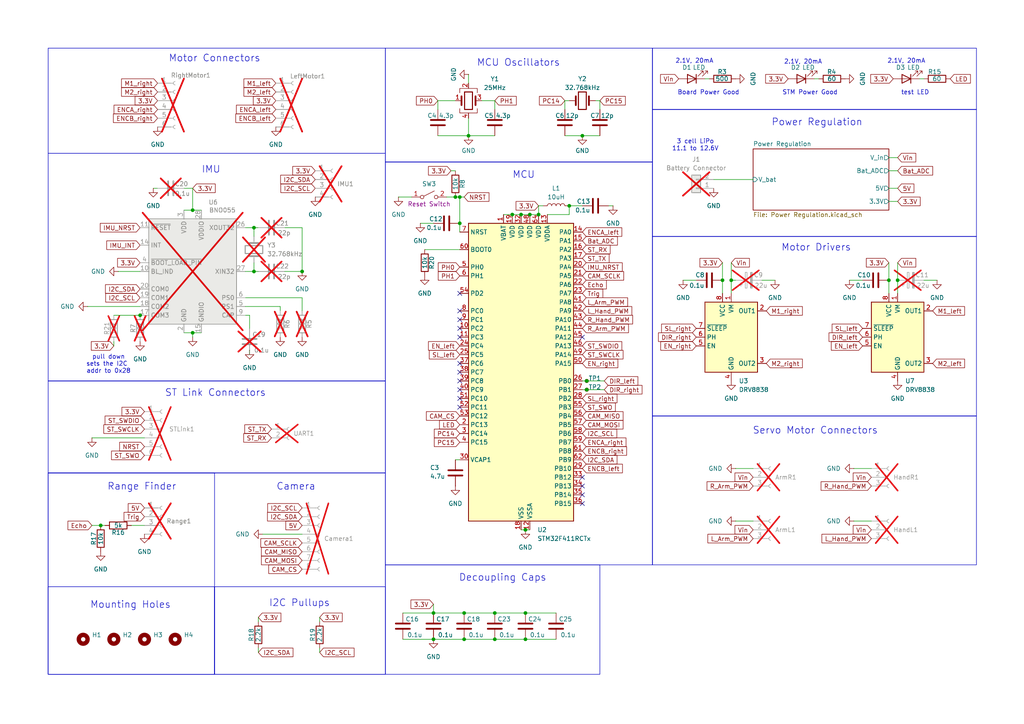
<source format=kicad_sch>
(kicad_sch (version 20231120) (generator "eeschema") (generator_version "8.0")
  (paper "A4")
  (title_block (title "WALL-E Motherboard") (company "Cal Poly") (comment 1 "Spring 2025"))
  (junction (at 134.62 177.8))
  (junction (at 152.4 153.67))
  (junction (at 125.73 185.42))
  (junction (at 260.35 81.28))
  (junction (at 133.35 64.77))
  (junction (at 87.63 78.74))
  (junction (at 209.55 81.28))
  (junction (at 170.18 113.03))
  (junction (at 165.1 59.69))
  (junction (at 212.09 81.28))
  (junction (at 156.21 62.23))
  (junction (at 29.21 152.4))
  (junction (at 143.51 177.8))
  (junction (at 55.88 60.96))
  (junction (at 73.66 66.04))
  (junction (at 152.4 185.42))
  (junction (at 40.64 91.44))
  (junction (at 257.81 81.28))
  (junction (at 73.66 78.74))
  (junction (at 55.88 96.52))
  (junction (at 135.89 39.37))
  (junction (at 152.4 177.8))
  (junction (at 132.08 57.15))
  (junction (at 170.18 110.49))
  (junction (at 151.13 62.23))
  (junction (at 153.67 62.23))
  (junction (at 125.73 177.8))
  (junction (at 168.91 39.37))
  (junction (at 148.59 62.23))
  (junction (at 143.51 185.42))
  (junction (at 133.35 57.15))
  (junction (at 134.62 185.42))
  (no_connect (at 133.35 90.17))
  (no_connect (at 133.35 97.79))
  (no_connect (at 133.35 105.41))
  (no_connect (at 168.91 140.97))
  (no_connect (at 133.35 110.49))
  (no_connect (at 168.91 146.05))
  (no_connect (at 133.35 107.95))
  (no_connect (at 168.91 97.79))
  (no_connect (at 133.35 115.57))
  (no_connect (at 133.35 92.71))
  (no_connect (at 133.35 113.03))
  (no_connect (at 133.35 118.11))
  (no_connect (at 168.91 143.51))
  (no_connect (at 168.91 138.43))
  (no_connect (at 133.35 95.25))
  (no_connect (at 133.35 85.09))
  (wire (pts (xy 133.35 64.77) (xy 133.35 57.15)))
  (wire (pts (xy 257.81 76.2) (xy 257.81 81.28)))
  (wire (pts (xy 212.09 76.2) (xy 212.09 81.28)))
  (wire (pts (xy 71.12 88.9) (xy 81.28 88.9)))
  (wire (pts (xy 260.35 81.28) (xy 260.35 85.09)))
  (wire (pts (xy 175.26 113.03) (xy 170.18 113.03)))
  (wire (pts (xy 29.21 152.4) (xy 30.48 152.4)))
  (wire (pts (xy 170.18 113.03) (xy 168.91 113.03)))
  (wire (pts (xy 87.63 78.74) (xy 87.63 66.04)))
  (wire (pts (xy 135.89 34.29) (xy 135.89 39.37)))
  (wire (pts (xy 133.35 57.15) (xy 132.08 57.15)))
  (wire (pts (xy 45.72 54.61) (xy 44.45 54.61)))
  (wire (pts (xy 38.1 152.4) (xy 41.91 152.4)))
  (wire (pts (xy 260.35 76.2) (xy 260.35 81.28)))
  (wire (pts (xy 74.93 189.23) (xy 74.93 187.96)))
  (wire (pts (xy 130.81 49.53) (xy 132.08 49.53)))
  (wire (pts (xy 168.91 39.37) (xy 173.99 39.37)))
  (wire (pts (xy 207.01 52.07) (xy 218.44 52.07)))
  (wire (pts (xy 116.84 177.8) (xy 125.73 177.8)))
  (wire (pts (xy 165.1 62.23) (xy 158.75 62.23)))
  (wire (pts (xy 209.55 81.28) (xy 209.55 85.09)))
  (wire (pts (xy 72.39 102.87) (xy 72.39 101.6)))
  (wire (pts (xy 134.62 177.8) (xy 143.51 177.8)))
  (wire (pts (xy 172.72 29.21) (xy 173.99 29.21)))
  (wire (pts (xy 73.66 66.04) (xy 73.66 68.58)))
  (wire (pts (xy 55.88 60.96) (xy 58.42 60.96)))
  (wire (pts (xy 129.54 57.15) (xy 132.08 57.15)))
  (wire (pts (xy 72.39 91.44) (xy 71.12 91.44)))
  (wire (pts (xy 257.81 81.28) (xy 257.81 85.09)))
  (wire (pts (xy 257.81 45.72) (xy 260.35 45.72)))
  (wire (pts (xy 257.81 58.42) (xy 260.35 58.42)))
  (wire (pts (xy 139.7 29.21) (xy 143.51 29.21)))
  (wire (pts (xy 71.12 66.04) (xy 73.66 66.04)))
  (wire (pts (xy 246.38 81.28) (xy 250.19 81.28)))
  (wire (pts (xy 125.73 185.42) (xy 134.62 185.42)))
  (wire (pts (xy 156.21 59.69) (xy 157.48 59.69)))
  (wire (pts (xy 220.98 81.28) (xy 224.79 81.28)))
  (wire (pts (xy 71.12 78.74) (xy 73.66 78.74)))
  (wire (pts (xy 87.63 66.04) (xy 82.55 66.04)))
  (wire (pts (xy 135.89 21.59) (xy 135.89 24.13)))
  (wire (pts (xy 257.81 49.53) (xy 260.35 49.53)))
  (wire (pts (xy 92.71 179.07) (xy 92.71 180.34)))
  (wire (pts (xy 168.91 59.69) (xy 165.1 59.69)))
  (wire (pts (xy 176.53 59.69) (xy 177.8 59.69)))
  (wire (pts (xy 73.66 78.74) (xy 74.93 78.74)))
  (wire (pts (xy 55.88 96.52) (xy 58.42 96.52)))
  (wire (pts (xy 148.59 62.23) (xy 151.13 62.23)))
  (wire (pts (xy 151.13 153.67) (xy 152.4 153.67)))
  (wire (pts (xy 156.21 59.69) (xy 156.21 62.23)))
  (wire (pts (xy 198.12 81.28) (xy 201.93 81.28)))
  (wire (pts (xy 92.71 189.23) (xy 92.71 187.96)))
  (wire (pts (xy 247.65 151.13) (xy 252.73 151.13)))
  (wire (pts (xy 87.63 90.17) (xy 87.63 86.36)))
  (wire (pts (xy 127 29.21) (xy 132.08 29.21)))
  (wire (pts (xy 267.97 81.28) (xy 271.78 81.28)))
  (wire (pts (xy 175.26 110.49) (xy 170.18 110.49)))
  (wire (pts (xy 82.55 78.74) (xy 87.63 78.74)))
  (wire (pts (xy 152.4 153.67) (xy 153.67 153.67)))
  (wire (pts (xy 212.09 81.28) (xy 212.09 85.09)))
  (wire (pts (xy 123.19 72.39) (xy 133.35 72.39)))
  (wire (pts (xy 165.1 59.69) (xy 165.1 62.23)))
  (wire (pts (xy 74.93 179.07) (xy 74.93 180.34)))
  (wire (pts (xy 116.84 185.42) (xy 125.73 185.42)))
  (wire (pts (xy 163.83 39.37) (xy 168.91 39.37)))
  (wire (pts (xy 165.1 29.21) (xy 163.83 29.21)))
  (wire (pts (xy 213.36 151.13) (xy 218.44 151.13)))
  (wire (pts (xy 87.63 86.36) (xy 71.12 86.36)))
  (wire (pts (xy 125.73 64.77) (xy 121.92 64.77)))
  (wire (pts (xy 146.05 62.23) (xy 148.59 62.23)))
  (wire (pts (xy 115.57 57.15) (xy 119.38 57.15)))
  (wire (pts (xy 209.55 76.2) (xy 209.55 81.28)))
  (wire (pts (xy 135.89 39.37) (xy 127 39.37)))
  (wire (pts (xy 72.39 95.25) (xy 72.39 91.44)))
  (wire (pts (xy 247.65 135.89) (xy 252.73 135.89)))
  (wire (pts (xy 134.62 185.42) (xy 143.51 185.42)))
  (wire (pts (xy 26.67 152.4) (xy 29.21 152.4)))
  (wire (pts (xy 125.73 177.8) (xy 134.62 177.8)))
  (wire (pts (xy 125.73 175.26) (xy 125.73 177.8)))
  (wire (pts (xy 53.34 60.96) (xy 55.88 60.96)))
  (wire (pts (xy 143.51 185.42) (xy 152.4 185.42)))
  (wire (pts (xy 204.47 22.86) (xy 205.74 22.86)))
  (wire (pts (xy 152.4 185.42) (xy 161.29 185.42)))
  (wire (pts (xy 73.66 66.04) (xy 74.93 66.04)))
  (wire (pts (xy 133.35 67.31) (xy 133.35 64.77)))
  (wire (pts (xy 143.51 29.21) (xy 143.51 31.75)))
  (wire (pts (xy 33.02 100.33) (xy 33.02 99.06)))
  (wire (pts (xy 127 29.21) (xy 127 31.75)))
  (wire (pts (xy 34.29 78.74) (xy 40.64 78.74)))
  (wire (pts (xy 55.88 97.79) (xy 55.88 96.52)))
  (wire (pts (xy 163.83 29.21) (xy 163.83 31.75)))
  (wire (pts (xy 143.51 177.8) (xy 152.4 177.8)))
  (wire (pts (xy 132.08 133.35) (xy 133.35 133.35)))
  (wire (pts (xy 53.34 54.61) (xy 55.88 54.61)))
  (wire (pts (xy 55.88 54.61) (xy 55.88 60.96)))
  (wire (pts (xy 33.02 91.44) (xy 40.64 91.44)))
  (wire (pts (xy 135.89 39.37) (xy 143.51 39.37)))
  (wire (pts (xy 151.13 62.23) (xy 153.67 62.23)))
  (wire (pts (xy 25.4 88.9) (xy 40.64 88.9)))
  (wire (pts (xy 152.4 177.8) (xy 161.29 177.8)))
  (wire (pts (xy 257.81 54.61) (xy 260.35 54.61)))
  (wire (pts (xy 26.67 127) (xy 41.91 127)))
  (wire (pts (xy 81.28 88.9) (xy 81.28 90.17)))
  (wire (pts (xy 76.2 154.94) (xy 87.63 154.94)))
  (wire (pts (xy 173.99 29.21) (xy 173.99 31.75)))
  (wire (pts (xy 236.22 22.86) (xy 237.49 22.86)))
  (wire (pts (xy 73.66 76.2) (xy 73.66 78.74)))
  (wire (pts (xy 170.18 110.49) (xy 168.91 110.49)))
  (wire (pts (xy 55.88 96.52) (xy 53.34 96.52)))
  (wire (pts (xy 213.36 135.89) (xy 218.44 135.89)))
  (wire (pts (xy 134.62 57.15) (xy 133.35 57.15)))
  (wire (pts (xy 153.67 62.23) (xy 156.21 62.23)))
  (wire (pts (xy 213.36 81.28) (xy 212.09 81.28)))
  (wire (pts (xy 266.7 22.86) (xy 267.97 22.86)))
  (rectangle (start 13.97 137.16) (end 111.76 195.58))
  (rectangle (start 13.97 137.16) (end 62.23 195.58))
  (rectangle (start 111.76 163.83) (end 173.99 195.58))
  (rectangle (start 189.23 68.58) (end 283.21 120.65))
  (rectangle (start 189.23 13.97) (end 283.21 31.75))
  (rectangle (start 189.23 31.75) (end 283.21 68.58))
  (rectangle (start 111.76 46.99) (end 189.23 163.83))
  (rectangle (start 13.97 13.97) (end 111.76 44.45))
  (rectangle (start 13.97 44.45) (end 111.76 110.49))
  (rectangle (start 13.97 110.49) (end 111.76 137.16))
  (rectangle (start 111.76 13.97) (end 189.23 46.99))
  (rectangle (start 13.97 170.18) (end 62.23 195.58))
  (rectangle (start 62.23 170.18) (end 111.76 195.58))
  (rectangle (start 189.23 120.65) (end 283.21 163.83))
  (text "Decoupling Caps" (at 145.796 167.64 0) (effects (font (size 2 2))))
  (text "STM Power Good" (at 234.95 26.924 0) (effects (font (size 1.27 1.27))))
  (text "Board Power Good" (at 205.486 26.924 0) (effects (font (size 1.27 1.27))))
  (text "Range Finder" (at 41.148 141.224 0) (effects (font (size 2 2))))
  (text "Power Regulation" (at 236.982 35.56 0) (effects (font (size 2 2))))
  (text "Mounting Holes" (at 37.846 175.514 0) (effects (font (size 2 2))))
  (text "Camera" (at 85.852 141.224 0) (effects (font (size 2 2))))
  (text "MCU Oscillators" (at 150.368 18.288 0) (effects (font (size 2 2))))
  (text "Motor Connectors" (at 62.23 17.018 0) (effects (font (size 2 2))))
  (text "Servo Motor Connectors" (at 236.474 124.968 0) (effects (font (size 2 2))))
  (text "ST Link Connectors" (at 62.484 114.046 0) (effects (font (size 2 2))))
  (text "2.1V, 20mA" (at 262.89 17.78 0) (effects (font (size 1.27 1.27))))
  (text "IMU" (at 61.214 49.276 0) (effects (font (size 2 2))))
  (text "2.1V, 20mA" (at 232.918 18.034 0) (effects (font (size 1.27 1.27))))
  (text "Motor Drivers" (at 236.728 71.882 0) (effects (font (size 2 2))))
  (text "I2C Pullups" (at 86.868 175.006 0) (effects (font (size 2 2))))
  (text "3 cell LiPo\n11.1 to 12.6V" (at 201.676 42.164 0) (effects (font (size 1.27 1.27))))
  (text "test LED" (at 265.43 26.924 0) (effects (font (size 1.27 1.27))))
  (text "pull down\nsets the I2C \naddr to 0x28" (at 31.496 105.664 0) (effects (font (size 1.27 1.27))))
  (text "2.1V, 20mA" (at 201.422 17.78 0) (effects (font (size 1.27 1.27))))
  (text "MCU" (at 151.892 50.8 0) (effects (font (size 2 2))))
  (global_label "EN_right" (shape input) (at 168.91 105.41 0) (property "Intersheetrefs" "${INTERSHEET_REFS}" (effects (hide yes))))
  (global_label "3.3V" (shape input) (at 41.91 119.38 180) (property "Intersheetrefs" "${INTERSHEET_REFS}" (effects (hide yes))))
  (global_label "CAM_SCLK" (shape input) (at 168.91 80.01 0) (property "Intersheetrefs" "${INTERSHEET_REFS}" (effects (hide yes))))
  (global_label "3.3V" (shape input) (at 125.73 175.26 180) (property "Intersheetrefs" "${INTERSHEET_REFS}" (effects (hide yes))))
  (global_label "M1_left" (shape input) (at 270.51 90.17 0) (property "Intersheetrefs" "${INTERSHEET_REFS}" (effects (hide yes))))
  (global_label "ST_SWO" (shape input) (at 41.91 132.08 180) (property "Intersheetrefs" "${INTERSHEET_REFS}" (effects (hide yes))))
  (global_label "I2C_SDA" (shape input) (at 74.93 189.23 0) (property "Intersheetrefs" "${INTERSHEET_REFS}" (effects (hide yes))))
  (global_label "L_Arm_PWM" (shape input) (at 218.44 156.21 180) (property "Intersheetrefs" "${INTERSHEET_REFS}" (effects (hide yes))))
  (global_label "Bat_ADC" (shape input) (at 260.35 49.53 0) (property "Intersheetrefs" "${INTERSHEET_REFS}" (effects (hide yes))))
  (global_label "I2C_SDA" (shape input) (at 168.91 133.35 0) (property "Intersheetrefs" "${INTERSHEET_REFS}" (effects (hide yes))))
  (global_label "L_Arm_PWM" (shape input) (at 168.91 87.63 0) (property "Intersheetrefs" "${INTERSHEET_REFS}" (effects (hide yes))))
  (global_label "Vin" (shape input) (at 196.85 22.86 180) (property "Intersheetrefs" "${INTERSHEET_REFS}" (effects (hide yes))))
  (global_label "IMU_NRST" (shape input) (at 168.91 77.47 0) (property "Intersheetrefs" "${INTERSHEET_REFS}" (effects (hide yes))))
  (global_label "I2C_SCL" (shape input) (at 91.44 54.61 180) (property "Intersheetrefs" "${INTERSHEET_REFS}" (effects (hide yes))))
  (global_label "Echo" (shape input) (at 168.91 82.55 0) (property "Intersheetrefs" "${INTERSHEET_REFS}" (effects (hide yes))))
  (global_label "EN_right" (shape input) (at 201.93 100.33 180) (property "Intersheetrefs" "${INTERSHEET_REFS}" (effects (hide yes))))
  (global_label "L_Hand_PWM" (shape input) (at 168.91 90.17 0) (property "Intersheetrefs" "${INTERSHEET_REFS}" (effects (hide yes))))
  (global_label "M2_right" (shape input) (at 222.25 105.41 0) (property "Intersheetrefs" "${INTERSHEET_REFS}" (effects (hide yes))))
  (global_label "IMU_NRST" (shape input) (at 40.64 66.04 180) (property "Intersheetrefs" "${INTERSHEET_REFS}" (effects (hide yes))))
  (global_label "DIR_right" (shape input) (at 175.26 113.03 0) (property "Intersheetrefs" "${INTERSHEET_REFS}" (effects (hide yes))))
  (global_label "3.3V" (shape input) (at 80.01 29.21 180) (property "Intersheetrefs" "${INTERSHEET_REFS}" (effects (hide yes))))
  (global_label "M1_right" (shape input) (at 222.25 90.17 0) (property "Intersheetrefs" "${INTERSHEET_REFS}" (effects (hide yes))))
  (global_label "ST_SWDIO" (shape input) (at 41.91 121.92 180) (property "Intersheetrefs" "${INTERSHEET_REFS}" (effects (hide yes))))
  (global_label "3.3V" (shape input) (at 257.81 76.2 180) (property "Intersheetrefs" "${INTERSHEET_REFS}" (effects (hide yes))))
  (global_label "ENCA_right" (shape input) (at 45.72 31.75 180) (property "Intersheetrefs" "${INTERSHEET_REFS}" (effects (hide yes))))
  (global_label "M2_left" (shape input) (at 80.01 26.67 180) (property "Intersheetrefs" "${INTERSHEET_REFS}" (effects (hide yes))))
  (global_label "Vin" (shape input) (at 218.44 153.67 180) (property "Intersheetrefs" "${INTERSHEET_REFS}" (effects (hide yes))))
  (global_label "M1_right" (shape input) (at 45.72 24.13 180) (property "Intersheetrefs" "${INTERSHEET_REFS}" (effects (hide yes))))
  (global_label "3.3V" (shape input) (at 130.81 49.53 180) (property "Intersheetrefs" "${INTERSHEET_REFS}" (effects (hide yes))))
  (global_label "CAM_MOSI" (shape input) (at 168.91 123.19 0) (property "Intersheetrefs" "${INTERSHEET_REFS}" (effects (hide yes))))
  (global_label "Vin" (shape input) (at 252.73 138.43 180) (property "Intersheetrefs" "${INTERSHEET_REFS}" (effects (hide yes))))
  (global_label "Trig" (shape input) (at 41.91 149.86 180) (property "Intersheetrefs" "${INTERSHEET_REFS}" (effects (hide yes))))
  (global_label "I2C_SCL" (shape input) (at 87.63 147.32 180) (property "Intersheetrefs" "${INTERSHEET_REFS}" (effects (hide yes))))
  (global_label "3.3V" (shape input) (at 91.44 49.53 180) (property "Intersheetrefs" "${INTERSHEET_REFS}" (effects (hide yes))))
  (global_label "ST_SWO" (shape input) (at 168.91 118.11 0) (property "Intersheetrefs" "${INTERSHEET_REFS}" (effects (hide yes))))
  (global_label "ST_SWCLK" (shape input) (at 41.91 124.46 180) (property "Intersheetrefs" "${INTERSHEET_REFS}" (effects (hide yes))))
  (global_label "ENCB_right" (shape input) (at 45.72 34.29 180) (property "Intersheetrefs" "${INTERSHEET_REFS}" (effects (hide yes))))
  (global_label "LED" (shape input) (at 275.59 22.86 0) (property "Intersheetrefs" "${INTERSHEET_REFS}" (effects (hide yes))))
  (global_label "SL_right" (shape input) (at 201.93 95.25 180) (property "Intersheetrefs" "${INTERSHEET_REFS}" (effects (hide yes))))
  (global_label "CAM_MISO" (shape input) (at 87.63 160.02 180) (property "Intersheetrefs" "${INTERSHEET_REFS}" (effects (hide yes))))
  (global_label "ENCB_right" (shape input) (at 168.91 130.81 0) (property "Intersheetrefs" "${INTERSHEET_REFS}" (effects (hide yes))))
  (global_label "3.3V" (shape input) (at 259.08 22.86 180) (property "Intersheetrefs" "${INTERSHEET_REFS}" (effects (hide yes))))
  (global_label "CAM_SCLK" (shape input) (at 87.63 157.48 180) (property "Intersheetrefs" "${INTERSHEET_REFS}" (effects (hide yes))))
  (global_label "M1_left" (shape input) (at 80.01 24.13 180) (property "Intersheetrefs" "${INTERSHEET_REFS}" (effects (hide yes))))
  (global_label "Vin" (shape input) (at 260.35 45.72 0) (property "Intersheetrefs" "${INTERSHEET_REFS}" (effects (hide yes))))
  (global_label "3.3V" (shape input) (at 92.71 179.07 0) (property "Intersheetrefs" "${INTERSHEET_REFS}" (effects (hide yes))))
  (global_label "EN_left" (shape input) (at 250.19 100.33 180) (property "Intersheetrefs" "${INTERSHEET_REFS}" (effects (hide yes))))
  (global_label "Echo" (shape input) (at 26.67 152.4 180) (property "Intersheetrefs" "${INTERSHEET_REFS}" (effects (hide yes))))
  (global_label "NRST" (shape input) (at 41.91 129.54 180) (property "Intersheetrefs" "${INTERSHEET_REFS}" (effects (hide yes))))
  (global_label "3.3V" (shape input) (at 74.93 179.07 0) (property "Intersheetrefs" "${INTERSHEET_REFS}" (effects (hide yes))))
  (global_label "3.3V" (shape input) (at 260.35 58.42 0) (property "Intersheetrefs" "${INTERSHEET_REFS}" (effects (hide yes))))
  (global_label "R_Hand_PWM" (shape input) (at 252.73 140.97 180) (property "Intersheetrefs" "${INTERSHEET_REFS}" (effects (hide yes))))
  (global_label "CAM_MISO" (shape input) (at 168.91 120.65 0) (property "Intersheetrefs" "${INTERSHEET_REFS}" (effects (hide yes))))
  (global_label "PH0" (shape input) (at 133.35 77.47 180) (property "Intersheetrefs" "${INTERSHEET_REFS}" (effects (hide yes))))
  (global_label "PH1" (shape input) (at 143.51 29.21 0) (property "Intersheetrefs" "${INTERSHEET_REFS}" (effects (hide yes))))
  (global_label "ST_SWDIO" (shape input) (at 168.91 100.33 0) (property "Intersheetrefs" "${INTERSHEET_REFS}" (effects (hide yes))))
  (global_label "R_Hand_PWM" (shape input) (at 168.91 92.71 0) (property "Intersheetrefs" "${INTERSHEET_REFS}" (effects (hide yes))))
  (global_label "Bat_ADC" (shape input) (at 168.91 69.85 0) (property "Intersheetrefs" "${INTERSHEET_REFS}" (effects (hide yes))))
  (global_label "LED" (shape input) (at 133.35 123.19 180) (property "Intersheetrefs" "${INTERSHEET_REFS}" (effects (hide yes))))
  (global_label "NRST" (shape input) (at 134.62 57.15 0) (property "Intersheetrefs" "${INTERSHEET_REFS}" (effects (hide yes))))
  (global_label "DIR_left" (shape input) (at 250.19 97.79 180) (property "Intersheetrefs" "${INTERSHEET_REFS}" (effects (hide yes))))
  (global_label "3.3V" (shape input) (at 33.02 100.33 180) (property "Intersheetrefs" "${INTERSHEET_REFS}" (effects (hide yes))))
  (global_label "3.3V" (shape input) (at 156.21 59.69 180) (property "Intersheetrefs" "${INTERSHEET_REFS}" (effects (hide yes))))
  (global_label "DIR_right" (shape input) (at 201.93 97.79 180) (property "Intersheetrefs" "${INTERSHEET_REFS}" (effects (hide yes))))
  (global_label "PH1" (shape input) (at 133.35 80.01 180) (property "Intersheetrefs" "${INTERSHEET_REFS}" (effects (hide yes))))
  (global_label "ENCA_left" (shape input) (at 80.01 31.75 180) (property "Intersheetrefs" "${INTERSHEET_REFS}" (effects (hide yes))))
  (global_label "IMU_INT" (shape input) (at 40.64 71.12 180) (property "Intersheetrefs" "${INTERSHEET_REFS}" (effects (hide yes))))
  (global_label "3.3V" (shape input) (at 45.72 29.21 180) (property "Intersheetrefs" "${INTERSHEET_REFS}" (effects (hide yes))))
  (global_label "Vin" (shape input) (at 260.35 76.2 0) (property "Intersheetrefs" "${INTERSHEET_REFS}" (effects (hide yes))))
  (global_label "M2_right" (shape input) (at 45.72 26.67 180) (property "Intersheetrefs" "${INTERSHEET_REFS}" (effects (hide yes))))
  (global_label "3.3V" (shape input) (at 228.6 22.86 180) (property "Intersheetrefs" "${INTERSHEET_REFS}" (effects (hide yes))))
  (global_label "ENCA_right" (shape input) (at 168.91 128.27 0) (property "Intersheetrefs" "${INTERSHEET_REFS}" (effects (hide yes))))
  (global_label "ST_TX" (shape input) (at 78.74 124.46 180) (property "Intersheetrefs" "${INTERSHEET_REFS}" (effects (hide yes))))
  (global_label "DIR_left" (shape input) (at 175.26 110.49 0) (property "Intersheetrefs" "${INTERSHEET_REFS}" (effects (hide yes))))
  (global_label "CAM_CS" (shape input) (at 133.35 120.65 180) (property "Intersheetrefs" "${INTERSHEET_REFS}" (effects (hide yes))))
  (global_label "R_Arm_PWM" (shape input) (at 168.91 95.25 0) (property "Intersheetrefs" "${INTERSHEET_REFS}" (effects (hide yes))))
  (global_label "5V" (shape input) (at 87.63 152.4 180) (property "Intersheetrefs" "${INTERSHEET_REFS}" (effects (hide yes))))
  (global_label "EN_left" (shape input) (at 133.35 100.33 180) (property "Intersheetrefs" "${INTERSHEET_REFS}" (effects (hide yes))))
  (global_label "PC14" (shape input) (at 163.83 29.21 180) (property "Intersheetrefs" "${INTERSHEET_REFS}" (effects (hide yes))))
  (global_label "SL_left" (shape input) (at 133.35 102.87 180) (property "Intersheetrefs" "${INTERSHEET_REFS}" (effects (hide yes))))
  (global_label "ST_RX" (shape input) (at 78.74 127 180) (property "Intersheetrefs" "${INTERSHEET_REFS}" (effects (hide yes))))
  (global_label "CAM_CS" (shape input) (at 87.63 165.1 180) (property "Intersheetrefs" "${INTERSHEET_REFS}" (effects (hide yes))))
  (global_label "I2C_SDA" (shape input) (at 87.63 149.86 180) (property "Intersheetrefs" "${INTERSHEET_REFS}" (effects (hide yes))))
  (global_label "3.3V" (shape input) (at 40.64 76.2 180) (property "Intersheetrefs" "${INTERSHEET_REFS}" (effects (hide yes))))
  (global_label "ENCB_left" (shape input) (at 168.91 135.89 0) (property "Intersheetrefs" "${INTERSHEET_REFS}" (effects (hide yes))))
  (global_label "Vin" (shape input) (at 218.44 138.43 180) (property "Intersheetrefs" "${INTERSHEET_REFS}" (effects (hide yes))))
  (global_label "ENCB_left" (shape input) (at 80.01 34.29 180) (property "Intersheetrefs" "${INTERSHEET_REFS}" (effects (hide yes))))
  (global_label "PH0" (shape input) (at 127 29.21 180) (property "Intersheetrefs" "${INTERSHEET_REFS}" (effects (hide yes))))
  (global_label "5V" (shape input) (at 260.35 54.61 0) (property "Intersheetrefs" "${INTERSHEET_REFS}" (effects (hide yes))))
  (global_label "5V" (shape input) (at 41.91 147.32 180) (property "Intersheetrefs" "${INTERSHEET_REFS}" (effects (hide yes))))
  (global_label "I2C_SDA" (shape input) (at 40.64 83.82 180) (property "Intersheetrefs" "${INTERSHEET_REFS}" (effects (hide yes))))
  (global_label "SL_right" (shape input) (at 168.91 115.57 0) (property "Intersheetrefs" "${INTERSHEET_REFS}" (effects (hide yes))))
  (global_label "R_Arm_PWM" (shape input) (at 218.44 140.97 180) (property "Intersheetrefs" "${INTERSHEET_REFS}" (effects (hide yes))))
  (global_label "3.3V" (shape input) (at 209.55 76.2 180) (property "Intersheetrefs" "${INTERSHEET_REFS}" (effects (hide yes))))
  (global_label "ST_RX" (shape input) (at 168.91 72.39 0) (property "Intersheetrefs" "${INTERSHEET_REFS}" (effects (hide yes))))
  (global_label "Vin" (shape input) (at 212.09 76.2 0) (property "Intersheetrefs" "${INTERSHEET_REFS}" (effects (hide yes))))
  (global_label "ENCA_left" (shape input) (at 168.91 67.31 0) (property "Intersheetrefs" "${INTERSHEET_REFS}" (effects (hide yes))))
  (global_label "ST_SWCLK" (shape input) (at 168.91 102.87 0) (property "Intersheetrefs" "${INTERSHEET_REFS}" (effects (hide yes))))
  (global_label "Trig" (shape input) (at 168.91 85.09 0) (property "Intersheetrefs" "${INTERSHEET_REFS}" (effects (hide yes))))
  (global_label "L_Hand_PWM" (shape input) (at 252.73 156.21 180) (property "Intersheetrefs" "${INTERSHEET_REFS}" (effects (hide yes))))
  (global_label "Vin" (shape input) (at 252.73 153.67 180) (property "Intersheetrefs" "${INTERSHEET_REFS}" (effects (hide yes))))
  (global_label "PC15" (shape input) (at 133.35 128.27 180) (property "Intersheetrefs" "${INTERSHEET_REFS}" (effects (hide yes))))
  (global_label "ST_TX" (shape input) (at 168.91 74.93 0) (property "Intersheetrefs" "${INTERSHEET_REFS}" (effects (hide yes))))
  (global_label "I2C_SCL" (shape input) (at 40.64 86.36 180) (property "Intersheetrefs" "${INTERSHEET_REFS}" (effects (hide yes))))
  (global_label "I2C_SCL" (shape input) (at 92.71 189.23 0) (property "Intersheetrefs" "${INTERSHEET_REFS}" (effects (hide yes))))
  (global_label "SL_left" (shape input) (at 250.19 95.25 180) (property "Intersheetrefs" "${INTERSHEET_REFS}" (effects (hide yes))))
  (global_label "PC14" (shape input) (at 133.35 125.73 180) (property "Intersheetrefs" "${INTERSHEET_REFS}" (effects (hide yes))))
  (global_label "I2C_SCL" (shape input) (at 168.91 125.73 0) (property "Intersheetrefs" "${INTERSHEET_REFS}" (effects (hide yes))))
  (global_label "CAM_MOSI" (shape input) (at 87.63 162.56 180) (property "Intersheetrefs" "${INTERSHEET_REFS}" (effects (hide yes))))
  (global_label "3.3V" (shape input) (at 55.88 54.61 0) (property "Intersheetrefs" "${INTERSHEET_REFS}" (effects (hide yes))))
  (global_label "PC15" (shape input) (at 173.99 29.21 0) (property "Intersheetrefs" "${INTERSHEET_REFS}" (effects (hide yes))))
  (global_label "I2C_SDA" (shape input) (at 91.44 52.07 180) (property "Intersheetrefs" "${INTERSHEET_REFS}" (effects (hide yes))))
  (global_label "M2_left" (shape input) (at 270.51 105.41 0) (property "Intersheetrefs" "${INTERSHEET_REFS}" (effects (hide yes))))
  (symbol (lib_id "Device:C") (at 152.4 181.61 0) (unit 1)
    (property "Reference" "C24" (at 153.162 179.578 0) (effects (justify left)))
    (property "Value" "0.1u" (at 153.67 184.15 0) (effects (justify left)))
    (property "Footprint" "Capacitor_SMD:C_0603_1608Metric" (effects (hide yes)))
    (property "Description" "Unpolarized capacitor" (effects (hide yes)))
  )
  (symbol (lib_id "Connector:Conn_01x03_Socket") (at 223.52 153.67 0) (unit 1) (dnp yes)
    (property "Reference" "ArmL1" (at 224.79 153.6699 0) (effects (justify left)))
    (property "Value" "Conn_01x03_Socket" (effects (hide yes)))
    (property "Footprint" "Connector_PinHeader_2.54mm:PinHeader_1x03_P2.54mm_Vertical" (effects (hide yes)))
    (property "Description" "Generic connector, single row, 01x03, script generated" (effects (hide yes)))
  )
  (symbol (lib_id "Connector:TestPoint_Small") (at 170.18 113.03 0) (unit 1)
    (property "Reference" "TP2" (at 170.688 112.268 0) (effects (justify left)))
    (property "Value" "TestPoint_Small" (effects (hide yes)))
    (property "Footprint" "TestPoint:TestPoint_Pad_D1.0mm" (effects (hide yes)))
    (property "Description" "test point" (effects (hide yes)))
  )
  (symbol (lib_id "Device:C") (at 143.51 35.56 0) (unit 1)
    (property "Reference" "C5" (at 140.462 33.528 0) (effects (justify left)))
    (property "Value" "4.3p" (at 143.764 33.528 0) (effects (justify left)))
    (property "Footprint" "Capacitor_SMD:C_0603_1608Metric" (effects (hide yes)))
    (property "Description" "Unpolarized capacitor" (effects (hide yes)))
  )
  (symbol (lib_id "Device:C") (at 173.99 35.56 0) (unit 1)
    (property "Reference" "C7" (at 171.196 33.528 0) (effects (justify left)))
    (property "Value" "12p" (at 174.244 33.528 0) (effects (justify left)))
    (property "Footprint" "Capacitor_SMD:C_0603_1608Metric" (effects (hide yes)))
    (property "Description" "Unpolarized capacitor" (effects (hide yes)))
  )
  (symbol (lib_id "power:GND") (at 207.01 54.61 0) (unit 1)
    (property "Reference" "#PWR01" (effects (hide yes)))
    (property "Value" "GND" (at 207.01 59.69 0))
    (property "Description" "Power symbol creates a global label with name \"GND\" , ground" (effects (hide yes)))
  )
  (symbol (lib_id "power:GND") (at 260.35 110.49 0) (unit 1)
    (property "Reference" "#PWR020" (effects (hide yes)))
    (property "Value" "GND" (at 260.35 115.57 0))
    (property "Description" "Power symbol creates a global label with name \"GND\" , ground" (effects (hide yes)))
  )
  (symbol (lib_id "power:GND") (at 115.57 57.15 0) (unit 1)
    (property "Reference" "#PWR035" (effects (hide yes)))
    (property "Value" "GND" (at 115.57 62.23 0))
    (property "Description" "Power symbol creates a global label with name \"GND\" , ground" (effects (hide yes)))
  )
  (symbol (lib_id "Device:Crystal") (at 168.91 29.21 180) (unit 1)
    (property "Reference" "Y2" (at 168.91 22.86 0))
    (property "Value" "32.768kHz" (at 168.91 25.4 0))
    (property "Footprint" "Crystal:Crystal_SMD_3215-2Pin_3.2x1.5mm" (effects (hide yes)))
    (property "Description" "Two pin crystal" (effects (hide yes)))
  )
  (symbol (lib_id "Device:R") (at 209.55 22.86 90) (unit 1)
    (property "Reference" "R3" (at 210.82 20.828 90) (effects (justify left)))
    (property "Value" "500" (at 211.328 22.86 90) (effects (justify left)))
    (property "Footprint" "Resistor_SMD:R_0603_1608Metric" (effects (hide yes)))
    (property "Description" "Resistor" (effects (hide yes)))
  )
  (symbol (lib_id "power:GND") (at 177.8 59.69 0) (unit 1)
    (property "Reference" "#PWR022" (effects (hide yes)))
    (property "Value" "GND" (at 177.8 64.77 0))
    (property "Description" "Power symbol creates a global label with name \"GND\" , ground" (effects (hide yes)))
  )
  (symbol (lib_id "power:GND") (at 247.65 151.13 270) (unit 1)
    (property "Reference" "#PWR052" (effects (hide yes)))
    (property "Value" "GND" (at 243.84 151.1299 90) (effects (justify right)))
    (property "Description" "Power symbol creates a global label with name \"GND\" , ground" (effects (hide yes)))
  )
  (symbol (lib_id "Device:C") (at 125.73 181.61 0) (unit 1)
    (property "Reference" "C17" (at 126.492 179.578 0) (effects (justify left)))
    (property "Value" "0.1u" (at 127 184.15 0) (effects (justify left)))
    (property "Footprint" "Capacitor_SMD:C_0603_1608Metric" (effects (hide yes)))
    (property "Description" "Unpolarized capacitor" (effects (hide yes)))
  )
  (symbol (lib_id "Device:C") (at 134.62 181.61 0) (unit 1)
    (property "Reference" "C18" (at 135.382 179.578 0) (effects (justify left)))
    (property "Value" "0.1u" (at 135.89 184.15 0) (effects (justify left)))
    (property "Footprint" "Capacitor_SMD:C_0603_1608Metric" (effects (hide yes)))
    (property "Description" "Unpolarized capacitor" (effects (hide yes)))
  )
  (symbol (lib_id "Device:R") (at 40.64 95.25 0) (unit 1) (dnp yes)
    (property "Reference" "R7" (at 38.608 95.25 90))
    (property "Value" "10k" (at 40.64 95.25 90))
    (property "Footprint" "Resistor_SMD:R_0603_1608Metric" (effects (hide yes)))
    (property "Description" "Resistor" (effects (hide yes)))
  )
  (symbol (lib_id "Connector:Conn_01x06_Socket") (at 50.8 29.21 0) (unit 1) (dnp yes)
    (property "Reference" "RightMotor1" (at 49.53 21.844 0) (effects (justify left)))
    (property "Value" "Conn_01x06_Socket" (effects (hide yes)))
    (property "Footprint" "Connector_PinHeader_2.54mm:PinHeader_1x06_P2.54mm_Vertical" (effects (hide yes)))
    (property "Description" "Generic connector, single row, 01x06, script generated" (effects (hide yes)))
  )
  (symbol (lib_id "power:GND") (at 152.4 153.67 0) (unit 1)
    (property "Reference" "#PWR05" (effects (hide yes)))
    (property "Value" "GND" (at 152.4 158.75 0))
    (property "Description" "Power symbol creates a global label with name \"GND\" , ground" (effects (hide yes)))
  )
  (symbol (lib_id "Device:C") (at 49.53 54.61 90) (unit 1) (dnp yes)
    (property "Reference" "C20" (at 54.61 53.34 90) (effects (justify left)))
    (property "Value" "0.1u" (at 55.118 56.134 90) (effects (justify left)))
    (property "Footprint" "Capacitor_SMD:C_0603_1608Metric" (effects (hide yes)))
    (property "Description" "Unpolarized capacitor" (effects (hide yes)))
  )
  (symbol (lib_id "Mechanical:MountingHole") (at 41.91 185.42 0) (unit 1) (exclude_from_sim yes) (in_bom no)
    (property "Reference" "H3" (at 44.45 184.1499 0) (effects (justify left)))
    (property "Value" "MountingHole" (effects (hide yes)))
    (property "Footprint" "MountingHole:MountingHole_3.2mm_M3" (effects (hide yes)))
    (property "Description" "Mounting Hole without connection" (effects (hide yes)))
  )
  (symbol (lib_id "power:GND") (at 91.44 57.15 0) (unit 1)
    (property "Reference" "#PWR024" (effects (hide yes)))
    (property "Value" "GND" (at 91.44 62.23 0))
    (property "Description" "Power symbol creates a global label with name \"GND\" , ground" (effects (hide yes)))
  )
  (symbol (lib_id "Device:C") (at 132.08 137.16 0) (unit 1)
    (property "Reference" "C3" (at 124.714 135.636 0) (effects (justify left)))
    (property "Value" "4.7u" (at 124.714 138.176 0) (effects (justify left)))
    (property "Footprint" "Capacitor_SMD:C_0603_1608Metric" (effects (hide yes)))
    (property "Description" "Unpolarized capacitor" (effects (hide yes)))
  )
  (symbol (lib_id "Driver_Motor:DRV8838") (at 212.09 97.79 0) (unit 1)
    (property "Reference" "U3" (at 214.2841 110.49 0) (effects (justify left)))
    (property "Value" "DRV8838" (at 214.2841 113.03 0) (effects (justify left)))
    (property "Footprint" "Package_SON:WSON-8-1EP_2x2mm_P0.5mm_EP0.9x1.6mm" (effects (hide yes)))
    (property "Datasheet" "http://www.ti.com/lit/ds/symlink/drv8837.pdf" (effects (hide yes)))
    (property "Description" "H-Bridge driver, 1.8A, Low Voltage, PH/EN input, WSON-8" (effects (hide yes)))
  )
  (symbol (lib_id "Device:LED") (at 200.66 22.86 180) (unit 1)
    (property "Reference" "D1" (at 197.866 19.558 0) (effects (justify right)))
    (property "Value" "LED" (at 200.914 19.558 0) (effects (justify right)))
    (property "Footprint" "LED_SMD:LED_0603_1608Metric" (effects (hide yes)))
    (property "Description" "Light emitting diode" (effects (hide yes)))
  )
  (symbol (lib_id "Device:C") (at 172.72 59.69 90) (unit 1)
    (property "Reference" "C13" (at 171.196 58.42 90) (effects (justify left)))
    (property "Value" "0.1u" (at 171.196 60.96 90) (effects (justify left)))
    (property "Footprint" "Capacitor_SMD:C_0603_1608Metric" (effects (hide yes)))
    (property "Description" "Unpolarized capacitor" (effects (hide yes)))
  )
  (symbol (lib_id "Mechanical:MountingHole") (at 50.8 185.42 0) (unit 1) (exclude_from_sim yes) (in_bom no)
    (property "Reference" "H4" (at 53.34 184.1499 0) (effects (justify left)))
    (property "Value" "MountingHole" (effects (hide yes)))
    (property "Footprint" "MountingHole:MountingHole_3.2mm_M3" (effects (hide yes)))
    (property "Description" "Mounting Hole without connection" (effects (hide yes)))
  )
  (symbol (lib_id "Device:R") (at 33.02 95.25 0) (unit 1) (dnp yes)
    (property "Reference" "R21" (at 30.988 95.25 90))
    (property "Value" "10k" (at 33.02 95.25 90))
    (property "Footprint" "Resistor_SMD:R_0603_1608Metric" (effects (hide yes)))
    (property "Description" "Resistor" (effects (hide yes)))
  )
  (symbol (lib_id "Connector:Conn_01x03_Socket") (at 257.81 153.67 0) (unit 1) (dnp yes)
    (property "Reference" "HandL1" (at 259.08 153.6699 0) (effects (justify left)))
    (property "Value" "Conn_01x03_Socket" (effects (hide yes)))
    (property "Footprint" "Connector_PinHeader_2.54mm:PinHeader_1x03_P2.54mm_Vertical" (effects (hide yes)))
    (property "Description" "Generic connector, single row, 01x03, script generated" (effects (hide yes)))
  )
  (symbol (lib_id "power:GND") (at 44.45 54.61 0) (unit 1)
    (property "Reference" "#PWR032" (effects (hide yes)))
    (property "Value" "GND" (at 44.45 59.69 0))
    (property "Description" "Power symbol creates a global label with name \"GND\" , ground" (effects (hide yes)))
  )
  (symbol (lib_id "Connector:Conn_01x02_Socket") (at 83.82 124.46 0) (unit 1) (dnp yes)
    (property "Reference" "UART1" (at 85.09 125.7299 0) (effects (justify left)))
    (property "Value" "Conn_01x02_Socket" (effects (hide yes)))
    (property "Footprint" "Connector_PinHeader_2.54mm:PinHeader_1x02_P2.54mm_Horizontal" (effects (hide yes)))
    (property "Description" "Generic connector, single row, 01x02, script generated" (effects (hide yes)))
  )
  (symbol (lib_id "power:GND") (at 87.63 78.74 0) (unit 1)
    (property "Reference" "#PWR07" (effects (hide yes)))
    (property "Value" "GND" (at 87.63 83.82 0))
    (property "Description" "Power symbol creates a global label with name \"GND\" , ground" (effects (hide yes)))
  )
  (symbol (lib_id "power:GND") (at 55.88 97.79 0) (unit 1)
    (property "Reference" "#PWR033" (effects (hide yes)))
    (property "Value" "GND" (at 55.88 102.87 0))
    (property "Description" "Power symbol creates a global label with name \"GND\" , ground" (effects (hide yes)))
  )
  (symbol (lib_id "power:GND") (at 135.89 21.59 270) (unit 1)
    (property "Reference" "#PWR023" (effects (hide yes)))
    (property "Value" "GND" (at 131.572 21.59 0))
    (property "Description" "Power symbol creates a global label with name \"GND\" , ground" (effects (hide yes)))
  )
  (symbol (lib_id "power:GND") (at 246.38 81.28 0) (unit 1)
    (property "Reference" "#PWR019" (effects (hide yes)))
    (property "Value" "GND" (at 246.38 86.36 0))
    (property "Description" "Power symbol creates a global label with name \"GND\" , ground" (effects (hide yes)))
  )
  (symbol (lib_id "Connector:Conn_01x08_Socket") (at 92.71 154.94 0) (unit 1) (dnp yes)
    (property "Reference" "Camera1" (at 93.98 156.2099 0) (effects (justify left)))
    (property "Value" "Conn_01x08_Socket" (effects (hide yes)))
    (property "Footprint" "Connector_PinHeader_2.54mm:PinHeader_1x08_P2.54mm_Vertical" (effects (hide yes)))
    (property "Description" "Generic connector, single row, 01x08, script generated" (effects (hide yes)))
  )
  (symbol (lib_id "Device:R") (at 123.19 76.2 180) (unit 1)
    (property "Reference" "R20" (at 125.222 76.2 90))
    (property "Value" "10k" (at 123.19 76.2 90))
    (property "Footprint" "Resistor_SMD:R_0603_1608Metric" (effects (hide yes)))
    (property "Description" "Resistor" (effects (hide yes)))
  )
  (symbol (lib_id "Device:C") (at 163.83 35.56 0) (unit 1)
    (property "Reference" "C6" (at 161.036 33.528 0) (effects (justify left)))
    (property "Value" "12p" (at 164.084 33.528 0) (effects (justify left)))
    (property "Footprint" "Capacitor_SMD:C_0603_1608Metric" (effects (hide yes)))
    (property "Description" "Unpolarized capacitor" (effects (hide yes)))
  )
  (symbol (lib_id "Device:LED") (at 232.41 22.86 180) (unit 1)
    (property "Reference" "D2" (at 229.362 19.558 0) (effects (justify right)))
    (property "Value" "LED" (at 232.664 19.558 0) (effects (justify right)))
    (property "Footprint" "LED_SMD:LED_0603_1608Metric" (effects (hide yes)))
    (property "Description" "Light emitting diode" (effects (hide yes)))
  )
  (symbol (lib_id "power:GND") (at 121.92 64.77 0) (unit 1)
    (property "Reference" "#PWR014" (effects (hide yes)))
    (property "Value" "GND" (at 121.92 69.85 0))
    (property "Description" "Power symbol creates a global label with name \"GND\" , ground" (effects (hide yes)))
  )
  (symbol (lib_id "Device:C") (at 72.39 99.06 0) (unit 1) (dnp yes)
    (property "Reference" "C19" (at 73.152 97.028 0) (effects (justify left)))
    (property "Value" "0.1u" (at 73.66 101.6 0) (effects (justify left)))
    (property "Footprint" "Capacitor_SMD:C_0603_1608Metric" (effects (hide yes)))
    (property "Description" "Unpolarized capacitor" (effects (hide yes)))
  )
  (symbol (lib_id "Switch:SW_SPST") (at 124.46 57.15 0) (unit 1)
    (property "Reference" "SW3" (at 124.46 53.34 0))
    (property "Value" "SW_SPST" (effects (hide yes)))
    (property "Footprint" "Button_Switch_SMD:SW_SPST_PTS645" (effects (hide yes)))
    (property "Description" "Single Pole Single Throw (SPST) switch" (effects (hide yes)))
    (property "Purpose" "Reset Switch" (at 124.46 59.182 0))
  )
  (symbol (lib_id "Device:C_Polarized") (at 217.17 81.28 90) (unit 1) (dnp yes)
    (property "Reference" "C9" (at 219.964 79.756 90))
    (property "Value" "22u" (at 220.726 82.804 90))
    (property "Footprint" "Capacitor_THT:CP_Radial_D5.0mm_P2.00mm" (effects (hide yes)))
    (property "Description" "Polarized capacitor" (effects (hide yes)))
  )
  (symbol (lib_id "MCU_ST_STM32F4:STM32F411RCTx") (at 151.13 107.95 0) (unit 1)
    (property "Reference" "U2" (at 155.8641 153.67 0) (effects (justify left)))
    (property "Value" "STM32F411RCTx" (at 155.8641 156.21 0) (effects (justify left)))
    (property "Footprint" "Package_QFP:LQFP-64_10x10mm_P0.5mm" (effects (hide yes)))
    (property "Datasheet" "https://www.st.com/resource/en/datasheet/stm32f411rc.pdf" (effects (hide yes)))
    (property "Description" "STMicroelectronics Arm Cortex-M4 MCU, 256KB flash, 128KB RAM, 100 MHz, 1.7-3.6V, 50 GPIO, LQFP64" (effects (hide yes)))
  )
  (symbol (lib_id "Device:C_Polarized") (at 264.16 81.28 90) (unit 1) (dnp yes)
    (property "Reference" "C11" (at 267.462 79.756 90))
    (property "Value" "22u" (at 267.716 82.804 90))
    (property "Footprint" "Capacitor_THT:CP_Radial_D5.0mm_P2.00mm" (effects (hide yes)))
    (property "Description" "Polarized capacitor" (effects (hide yes)))
  )
  (symbol (lib_id "power:GND") (at 29.21 160.02 0) (unit 1)
    (property "Reference" "#PWR08" (effects (hide yes)))
    (property "Value" "GND" (at 29.21 165.1 0))
    (property "Description" "Power symbol creates a global label with name \"GND\" , ground" (effects (hide yes)))
  )
  (symbol (lib_id "Device:R") (at 92.71 184.15 0) (unit 1)
    (property "Reference" "R19" (at 90.678 184.15 90))
    (property "Value" "2.2k" (at 92.71 184.15 90))
    (property "Footprint" "Resistor_SMD:R_0603_1608Metric" (effects (hide yes)))
    (property "Description" "Resistor" (effects (hide yes)))
  )
  (symbol (lib_id "power:GND") (at 72.39 101.6 0) (unit 1)
    (property "Reference" "#PWR030" (effects (hide yes)))
    (property "Value" "GND" (at 72.39 106.68 0))
    (property "Description" "Power symbol creates a global label with name \"GND\" , ground" (effects (hide yes)))
  )
  (symbol (lib_id "Device:C") (at 78.74 66.04 90) (unit 1) (dnp yes)
    (property "Reference" "C21" (at 83.82 64.77 90) (effects (justify left)))
    (property "Value" "22p" (at 84.328 67.564 90) (effects (justify left)))
    (property "Footprint" "Capacitor_SMD:C_0603_1608Metric" (effects (hide yes)))
    (property "Description" "Unpolarized capacitor" (effects (hide yes)))
  )
  (symbol (lib_id "power:GND") (at 245.11 22.86 90) (unit 1)
    (property "Reference" "#PWR016" (effects (hide yes)))
    (property "Value" "GND" (at 250.19 22.86 0))
    (property "Description" "Power symbol creates a global label with name \"GND\" , ground" (effects (hide yes)))
  )
  (symbol (lib_id "Mechanical:MountingHole") (at 24.13 185.42 0) (unit 1) (exclude_from_sim yes) (in_bom no)
    (property "Reference" "H1" (at 26.67 184.1499 0) (effects (justify left)))
    (property "Value" "MountingHole" (effects (hide yes)))
    (property "Footprint" "MountingHole:MountingHole_3.2mm_M3" (effects (hide yes)))
    (property "Description" "Mounting Hole without connection" (effects (hide yes)))
  )
  (symbol (lib_id "Device:C") (at 116.84 181.61 0) (unit 1)
    (property "Reference" "C16" (at 117.602 179.578 0) (effects (justify left)))
    (property "Value" "0.1u" (at 118.11 184.15 0) (effects (justify left)))
    (property "Footprint" "Capacitor_SMD:C_0603_1608Metric" (effects (hide yes)))
    (property "Description" "Unpolarized capacitor" (effects (hide yes)))
  )
  (symbol (lib_id "power:GND") (at 34.29 78.74 270) (unit 1)
    (property "Reference" "#PWR048" (effects (hide yes)))
    (property "Value" "GND" (at 30.48 78.7399 90) (effects (justify right)))
    (property "Description" "Power symbol creates a global label with name \"GND\" , ground" (effects (hide yes)))
  )
  (symbol (lib_id "power:GND") (at 87.63 97.79 0) (unit 1)
    (property "Reference" "#PWR049" (effects (hide yes)))
    (property "Value" "GND" (at 87.63 102.87 0))
    (property "Description" "Power symbol creates a global label with name \"GND\" , ground" (effects (hide yes)))
  )
  (symbol (lib_id "Device:C") (at 254 81.28 270) (unit 1)
    (property "Reference" "C10" (at 248.666 79.756 90) (effects (justify left)))
    (property "Value" "0.1u" (at 248.158 82.804 90) (effects (justify left)))
    (property "Footprint" "Capacitor_SMD:C_0603_1608Metric" (effects (hide yes)))
    (property "Description" "Unpolarized capacitor" (effects (hide yes)))
  )
  (symbol (lib_id "power:GND") (at 213.36 135.89 270) (unit 1)
    (property "Reference" "#PWR045" (effects (hide yes)))
    (property "Value" "GND" (at 209.55 135.8899 90) (effects (justify right)))
    (property "Description" "Power symbol creates a global label with name \"GND\" , ground" (effects (hide yes)))
  )
  (symbol (lib_id "power:GND") (at 25.4 88.9 270) (unit 1)
    (property "Reference" "#PWR047" (effects (hide yes)))
    (property "Value" "GND" (at 21.59 88.8999 90) (effects (justify right)))
    (property "Description" "Power symbol creates a global label with name \"GND\" , ground" (effects (hide yes)))
  )
  (symbol (lib_id "Device:R") (at 132.08 53.34 180) (unit 1)
    (property "Reference" "R8" (at 134.112 53.34 90))
    (property "Value" "10k" (at 132.08 53.34 90))
    (property "Footprint" "Resistor_SMD:R_0603_1608Metric" (effects (hide yes)))
    (property "Description" "Resistor" (effects (hide yes)))
  )
  (symbol (lib_id "Device:R") (at 74.93 184.15 0) (unit 1)
    (property "Reference" "R18" (at 72.898 184.15 90))
    (property "Value" "2.2k" (at 74.93 184.15 90))
    (property "Footprint" "Resistor_SMD:R_0603_1608Metric" (effects (hide yes)))
    (property "Description" "Resistor" (effects (hide yes)))
  )
  (symbol (lib_id "power:GND") (at 198.12 81.28 0) (unit 1)
    (property "Reference" "#PWR017" (effects (hide yes)))
    (property "Value" "GND" (at 198.12 86.36 0))
    (property "Description" "Power symbol creates a global label with name \"GND\" , ground" (effects (hide yes)))
  )
  (symbol (lib_id "power:GND") (at 40.64 99.06 0) (unit 1)
    (property "Reference" "#PWR034" (effects (hide yes)))
    (property "Value" "GND" (at 40.64 104.14 0))
    (property "Description" "Power symbol creates a global label with name \"GND\" , ground" (effects (hide yes)))
  )
  (symbol (lib_id "Connector:Conn_01x04_Socket") (at 96.52 52.07 0) (unit 1) (dnp yes)
    (property "Reference" "IMU1" (at 97.79 53.3399 0) (effects (justify left)))
    (property "Value" "Conn_01x04_Socket" (effects (hide yes)))
    (property "Footprint" "Connector_PinHeader_2.54mm:PinHeader_1x04_P2.54mm_Vertical" (effects (hide yes)))
    (property "Description" "Generic connector, single row, 01x04, script generated" (effects (hide yes)))
  )
  (symbol (lib_id "Device:LED") (at 262.89 22.86 180) (unit 1)
    (property "Reference" "D3" (at 259.842 19.558 0) (effects (justify right)))
    (property "Value" "LED" (at 263.144 19.558 0) (effects (justify right)))
    (property "Footprint" "LED_SMD:LED_0603_1608Metric" (effects (hide yes)))
    (property "Description" "Light emitting diode" (effects (hide yes)))
  )
  (symbol (lib_id "Device:Crystal") (at 73.66 72.39 90) (unit 1) (dnp yes)
    (property "Reference" "Y3" (at 77.47 71.1199 90) (effects (justify right)))
    (property "Value" "32.768kHz" (at 77.47 73.6599 90) (effects (justify right)))
    (property "Footprint" "Crystal:Crystal_SMD_3215-2Pin_3.2x1.5mm" (effects (hide yes)))
    (property "Description" "Two pin crystal" (effects (hide yes)))
  )
  (symbol (lib_id "power:GND") (at 80.01 36.83 0) (unit 1)
    (property "Reference" "#PWR026" (effects (hide yes)))
    (property "Value" "GND" (at 80.01 41.91 0))
    (property "Description" "Power symbol creates a global label with name \"GND\" , ground" (effects (hide yes)))
  )
  (symbol (lib_id "Connector:Conn_01x06_Socket") (at 46.99 124.46 0) (unit 1) (dnp yes)
    (property "Reference" "STLink1" (at 49.022 124.46 0) (effects (justify left)))
    (property "Value" "Conn_01x06_Socket" (effects (hide yes)))
    (property "Footprint" "Connector_PinHeader_2.54mm:PinHeader_1x06_P2.54mm_Horizontal" (effects (hide yes)))
    (property "Description" "Generic connector, single row, 01x06, script generated" (effects (hide yes)))
  )
  (symbol (lib_id "Connector_Generic:Conn_01x02") (at 201.93 54.61 180) (unit 1) (dnp yes)
    (property "Reference" "J1" (at 201.93 46.228 0))
    (property "Value" "Conn_01x02" (effects (hide yes)))
    (property "Footprint" "Connector_AMASS:AMASS_XT30PW-M_1x02_P2.50mm_Horizontal" (effects (hide yes)))
    (property "Description" "Generic connector, single row, 01x02, script generated (kicad-library-utils/schlib/autogen/connector/)" (effects (hide yes)))
    (property "Purpose" "Battery Connector" (at 201.93 48.006 0) (effects (justify bottom)))
  )
  (symbol (lib_id "Connector:Conn_01x04_Socket") (at 46.99 149.86 0) (unit 1) (dnp yes)
    (property "Reference" "Range1" (at 48.26 151.1299 0) (effects (justify left)))
    (property "Value" "Conn_01x04_Socket" (effects (hide yes)))
    (property "Footprint" "Connector_PinHeader_2.54mm:PinHeader_1x04_P2.54mm_Vertical" (effects (hide yes)))
    (property "Description" "Generic connector, single row, 01x04, script generated" (effects (hide yes)))
  )
  (symbol (lib_id "Device:R") (at 34.29 152.4 90) (unit 1)
    (property "Reference" "R16" (at 34.29 154.432 90))
    (property "Value" "5k" (at 34.29 152.4 90))
    (property "Footprint" "Resistor_SMD:R_0603_1608Metric" (effects (hide yes)))
    (property "Description" "Resistor" (effects (hide yes)))
  )
  (symbol (lib_id "Device:R") (at 241.3 22.86 90) (unit 1)
    (property "Reference" "R4" (at 242.57 20.828 90) (effects (justify left)))
    (property "Value" "60" (at 242.57 22.86 90) (effects (justify left)))
    (property "Footprint" "Resistor_SMD:R_0603_1608Metric" (effects (hide yes)))
    (property "Description" "Resistor" (effects (hide yes)))
  )
  (symbol (lib_id "power:GND") (at 26.67 127 0) (unit 1)
    (property "Reference" "#PWR042" (effects (hide yes)))
    (property "Value" "GND" (at 26.67 132.08 0))
    (property "Description" "Power symbol creates a global label with name \"GND\" , ground" (effects (hide yes)))
  )
  (symbol (lib_id "Connector:Conn_01x03_Socket") (at 257.81 138.43 0) (unit 1) (dnp yes)
    (property "Reference" "HandR1" (at 259.08 138.4299 0) (effects (justify left)))
    (property "Value" "Conn_01x03_Socket" (effects (hide yes)))
    (property "Footprint" "Connector_PinHeader_2.54mm:PinHeader_1x03_P2.54mm_Vertical" (effects (hide yes)))
    (property "Description" "Generic connector, single row, 01x03, script generated" (effects (hide yes)))
  )
  (symbol (lib_id "Device:R") (at 271.78 22.86 90) (unit 1)
    (property "Reference" "R15" (at 273.05 20.828 90) (effects (justify left)))
    (property "Value" "60" (at 273.05 22.86 90) (effects (justify left)))
    (property "Footprint" "Resistor_SMD:R_0603_1608Metric" (effects (hide yes)))
    (property "Description" "Resistor" (effects (hide yes)))
  )
  (symbol (lib_id "power:GND") (at 247.65 135.89 270) (unit 1)
    (property "Reference" "#PWR046" (effects (hide yes)))
    (property "Value" "GND" (at 243.84 135.8899 90) (effects (justify right)))
    (property "Description" "Power symbol creates a global label with name \"GND\" , ground" (effects (hide yes)))
  )
  (symbol (lib_id "Device:R") (at 87.63 93.98 180) (unit 1) (dnp yes)
    (property "Reference" "R5" (at 89.662 93.98 90))
    (property "Value" "10k" (at 87.63 93.98 90))
    (property "Footprint" "Resistor_SMD:R_0603_1608Metric" (effects (hide yes)))
    (property "Description" "Resistor" (effects (hide yes)))
  )
  (symbol (lib_id "power:GND") (at 168.91 39.37 0) (unit 1)
    (property "Reference" "#PWR012" (effects (hide yes)))
    (property "Value" "GND" (at 168.91 43.688 0))
    (property "Description" "Power symbol creates a global label with name \"GND\" , ground" (effects (hide yes)))
  )
  (symbol (lib_id "power:GND") (at 125.73 185.42 0) (unit 1)
    (property "Reference" "#PWR027" (effects (hide yes)))
    (property "Value" "GND" (at 125.73 190.5 0))
    (property "Description" "Power symbol creates a global label with name \"GND\" , ground" (effects (hide yes)))
  )
  (symbol (lib_id "Mechanical:MountingHole") (at 33.02 185.42 0) (unit 1) (exclude_from_sim yes) (in_bom no)
    (property "Reference" "H2" (at 35.56 184.1499 0) (effects (justify left)))
    (property "Value" "MountingHole" (effects (hide yes)))
    (property "Footprint" "MountingHole:MountingHole_3.2mm_M3" (effects (hide yes)))
    (property "Description" "Mounting Hole without connection" (effects (hide yes)))
  )
  (symbol (lib_id "power:GND") (at 212.09 110.49 0) (unit 1)
    (property "Reference" "#PWR010" (effects (hide yes)))
    (property "Value" "GND" (at 212.09 115.57 0))
    (property "Description" "Power symbol creates a global label with name \"GND\" , ground" (effects (hide yes)))
  )
  (symbol (lib_id "Device:R") (at 81.28 93.98 180) (unit 1) (dnp yes)
    (property "Reference" "R6" (at 83.312 93.98 90))
    (property "Value" "10k" (at 81.28 93.98 90))
    (property "Footprint" "Resistor_SMD:R_0603_1608Metric" (effects (hide yes)))
    (property "Description" "Resistor" (effects (hide yes)))
  )
  (symbol (lib_id "power:GND") (at 271.78 81.28 0) (unit 1)
    (property "Reference" "#PWR021" (effects (hide yes)))
    (property "Value" "GND" (at 271.78 86.36 0))
    (property "Description" "Power symbol creates a global label with name \"GND\" , ground" (effects (hide yes)))
  )
  (symbol (lib_id "Driver_Motor:DRV8838") (at 260.35 97.79 0) (unit 1)
    (property "Reference" "U7" (at 262.5441 110.49 0) (effects (justify left)))
    (property "Value" "DRV8838" (at 262.5441 113.03 0) (effects (justify left)))
    (property "Footprint" "Package_SON:WSON-8-1EP_2x2mm_P0.5mm_EP0.9x1.6mm" (effects (hide yes)))
    (property "Datasheet" "http://www.ti.com/lit/ds/symlink/drv8837.pdf" (effects (hide yes)))
    (property "Description" "H-Bridge driver, 1.8A, Low Voltage, PH/EN input, WSON-8" (effects (hide yes)))
  )
  (symbol (lib_id "power:GND") (at 135.89 39.37 0) (unit 1)
    (property "Reference" "#PWR011" (effects (hide yes)))
    (property "Value" "GND" (at 135.89 43.688 0))
    (property "Description" "Power symbol creates a global label with name \"GND\" , ground" (effects (hide yes)))
  )
  (symbol (lib_id "Device:C") (at 205.74 81.28 270) (unit 1)
    (property "Reference" "C8" (at 201.676 79.756 90) (effects (justify left)))
    (property "Value" "0.1u" (at 199.898 82.804 90) (effects (justify left)))
    (property "Footprint" "Capacitor_SMD:C_0603_1608Metric" (effects (hide yes)))
    (property "Description" "Unpolarized capacitor" (effects (hide yes)))
  )
  (symbol (lib_id "Device:C") (at 143.51 181.61 0) (unit 1)
    (property "Reference" "C23" (at 144.272 179.578 0) (effects (justify left)))
    (property "Value" "0.1u" (at 144.78 184.15 0) (effects (justify left)))
    (property "Footprint" "Capacitor_SMD:C_0603_1608Metric" (effects (hide yes)))
    (property "Description" "Unpolarized capacitor" (effects (hide yes)))
  )
  (symbol (lib_id "power:GND") (at 224.79 81.28 0) (unit 1)
    (property "Reference" "#PWR018" (effects (hide yes)))
    (property "Value" "GND" (at 224.79 86.36 0))
    (property "Description" "Power symbol creates a global label with name \"GND\" , ground" (effects (hide yes)))
  )
  (symbol (lib_id "Device:C") (at 161.29 181.61 0) (unit 1)
    (property "Reference" "C25" (at 162.052 179.578 0) (effects (justify left)))
    (property "Value" "0.1u" (at 162.56 184.15 0) (effects (justify left)))
    (property "Footprint" "Capacitor_SMD:C_0603_1608Metric" (effects (hide yes)))
    (property "Description" "Unpolarized capacitor" (effects (hide yes)))
  )
  (symbol (lib_id "Sensor_Motion:BNO055") (at 55.88 78.74 0) (unit 1) (dnp yes)
    (property "Reference" "U6" (at 60.452 58.674 0) (effects (justify left)))
    (property "Value" "BNO055" (at 60.6141 60.96 0) (effects (justify left)))
    (property "Footprint" "Package_LGA:LGA-28_5.2x3.8mm_P0.5mm" (effects (hide yes)))
    (property "Datasheet" "https://www.bosch-sensortec.com/media/boschsensortec/downloads/datasheets/bst-bno055-ds000.pdf" (effects (hide yes)))
    (property "Description" "Intelligent 9-axis absolute orientation sensor, LGA-28" (effects (hide yes)))
  )
  (symbol (lib_id "power:GND") (at 45.72 36.83 0) (unit 1)
    (property "Reference" "#PWR025" (effects (hide yes)))
    (property "Value" "GND" (at 45.72 41.91 0))
    (property "Description" "Power symbol creates a global label with name \"GND\" , ground" (effects (hide yes)))
  )
  (symbol (lib_id "power:GND") (at 123.19 80.01 0) (unit 1)
    (property "Reference" "#PWR09" (effects (hide yes)))
    (property "Value" "GND" (at 123.19 85.09 0))
    (property "Description" "Power symbol creates a global label with name \"GND\" , ground" (effects (hide yes)))
  )
  (symbol (lib_id "Connector:Conn_01x06_Socket") (at 85.09 29.21 0) (unit 1) (dnp yes)
    (property "Reference" "LeftMotor1" (at 84.074 22.098 0) (effects (justify left)))
    (property "Value" "Conn_01x06_Socket" (effects (hide yes)))
    (property "Footprint" "Connector_PinHeader_2.54mm:PinHeader_1x06_P2.54mm_Vertical" (effects (hide yes)))
    (property "Description" "Generic connector, single row, 01x06, script generated" (effects (hide yes)))
  )
  (symbol (lib_id "power:GND") (at 41.91 154.94 0) (unit 1)
    (property "Reference" "#PWR013" (effects (hide yes)))
    (property "Value" "GND" (at 41.91 160.02 0))
    (property "Description" "Power symbol creates a global label with name \"GND\" , ground" (effects (hide yes)))
  )
  (symbol (lib_id "Connector:TestPoint_Small") (at 170.18 110.49 0) (unit 1)
    (property "Reference" "TP1" (at 170.688 109.728 0) (effects (justify left)))
    (property "Value" "TestPoint_Small" (effects (hide yes)))
    (property "Footprint" "TestPoint:TestPoint_Pad_D1.0mm" (effects (hide yes)))
    (property "Description" "test point" (effects (hide yes)))
  )
  (symbol (lib_id "Device:R") (at 29.21 156.21 0) (unit 1)
    (property "Reference" "R17" (at 27.178 156.21 90))
    (property "Value" "10k" (at 29.21 156.21 90))
    (property "Footprint" "Resistor_SMD:R_0603_1608Metric" (effects (hide yes)))
    (property "Description" "Resistor" (effects (hide yes)))
  )
  (symbol (lib_id "power:GND") (at 213.36 22.86 90) (unit 1)
    (property "Reference" "#PWR015" (effects (hide yes)))
    (property "Value" "GND" (at 218.44 22.86 0))
    (property "Description" "Power symbol creates a global label with name \"GND\" , ground" (effects (hide yes)))
  )
  (symbol (lib_id "Device:C") (at 129.54 64.77 270) (unit 1)
    (property "Reference" "C12" (at 124.46 63.5 90) (effects (justify left)))
    (property "Value" "0.1u" (at 123.698 66.04 90) (effects (justify left)))
    (property "Footprint" "Capacitor_SMD:C_0603_1608Metric" (effects (hide yes)))
    (property "Description" "Unpolarized capacitor" (effects (hide yes)))
  )
  (symbol (lib_id "Device:C") (at 127 35.56 0) (unit 1)
    (property "Reference" "C4" (at 123.952 33.528 0) (effects (justify left)))
    (property "Value" "4.3p" (at 127.254 33.528 0) (effects (justify left)))
    (property "Footprint" "Capacitor_SMD:C_0603_1608Metric" (effects (hide yes)))
    (property "Description" "Unpolarized capacitor" (effects (hide yes)))
  )
  (symbol (lib_id "power:GND") (at 81.28 97.79 0) (unit 1)
    (property "Reference" "#PWR031" (effects (hide yes)))
    (property "Value" "GND" (at 81.28 102.87 0))
    (property "Description" "Power symbol creates a global label with name \"GND\" , ground" (effects (hide yes)))
  )
  (symbol (lib_id "Device:L") (at 161.29 59.69 90) (unit 1)
    (property "Reference" "L1" (at 161.29 54.61 90))
    (property "Value" "10uH" (at 161.29 57.15 90))
    (property "Footprint" "Inductor_SMD:L_1008_2520Metric" (effects (hide yes)))
    (property "Description" "Inductor" (effects (hide yes)))
  )
  (symbol (lib_id "Device:Crystal_GND24") (at 135.89 29.21 0) (unit 1)
    (property "Reference" "Y1" (at 143.51 22.8914 0))
    (property "Value" "25MHz" (at 143.51 25.4314 0))
    (property "Footprint" "Crystal:Crystal_SMD_3225-4Pin_3.2x2.5mm" (effects (hide yes)))
    (property "Description" "Four pin crystal, GND on pins 2 and 4" (effects (hide yes)))
  )
  (symbol (lib_id "power:GND") (at 213.36 151.13 270) (unit 1)
    (property "Reference" "#PWR051" (effects (hide yes)))
    (property "Value" "GND" (at 209.55 151.1299 90) (effects (justify right)))
    (property "Description" "Power symbol creates a global label with name \"GND\" , ground" (effects (hide yes)))
  )
  (symbol (lib_id "power:GND") (at 76.2 154.94 270) (unit 1)
    (property "Reference" "#PWR050" (effects (hide yes)))
    (property "Value" "GND" (at 72.39 154.9399 90) (effects (justify right)))
    (property "Description" "Power symbol creates a global label with name \"GND\" , ground" (effects (hide yes)))
  )
  (symbol (lib_id "power:GND") (at 132.08 140.97 0) (unit 1)
    (property "Reference" "#PWR06" (effects (hide yes)))
    (property "Value" "GND" (at 132.08 146.05 0))
    (property "Description" "Power symbol creates a global label with name \"GND\" , ground" (effects (hide yes)))
  )
  (symbol (lib_id "Device:C") (at 78.74 78.74 90) (unit 1) (dnp yes)
    (property "Reference" "C22" (at 83.82 77.216 90) (effects (justify left)))
    (property "Value" "22p" (at 84.328 80.264 90) (effects (justify left)))
    (property "Footprint" "Capacitor_SMD:C_0603_1608Metric" (effects (hide yes)))
    (property "Description" "Unpolarized capacitor" (effects (hide yes)))
  )
  (symbol (lib_id "Connector:Conn_01x03_Socket") (at 223.52 138.43 0) (unit 1) (dnp yes)
    (property "Reference" "ArmR1" (at 224.79 138.4299 0) (effects (justify left)))
    (property "Value" "Conn_01x03_Socket" (effects (hide yes)))
    (property "Footprint" "Connector_PinHeader_2.54mm:PinHeader_1x03_P2.54mm_Vertical" (effects (hide yes)))
    (property "Description" "Generic connector, single row, 01x03, script generated" (effects (hide yes)))
  )
  (sheet (at 218.44 43.18) (size 39.37 17.78) (stroke (width 0.1524))
    (property "Sheetname" "Power Regulation" (at 218.44 42.4684 0) (effects (justify left bottom)))
    (property "Sheetfile" "Power Regulation.kicad_sch" (at 218.44 61.5446 0) (effects (justify left top)))
    (pin "V_bat" input (at 218.44 52.07 180))
    (pin "5V" output (at 257.81 54.61 0))
    (pin "Bat_ADC" output (at 257.81 49.53 0))
    (pin "3.3V" output (at 257.81 58.42 0))
    (pin "V_in" output (at 257.81 45.72 0))
  )
)
</source>
